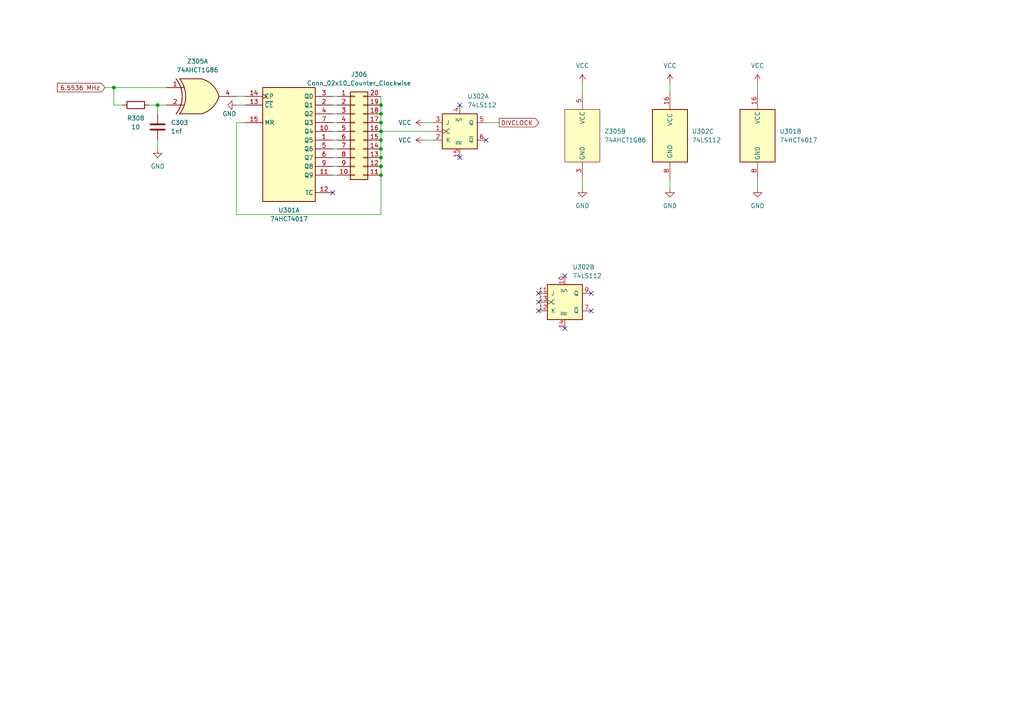
<source format=kicad_sch>
(kicad_sch (version 20230121) (generator eeschema)
  (paper "A4")
  (lib_symbols
    (symbol "74LS112_1" (pin_names (offset 1.016))
      (property "Reference" "U" (at -5.08 10.16 0))
      (property "Value" "74LS112" (at 5.08 10.16 0))
      (symbol "74LS112_1_1_0"
        (pin input clock (at -7.62 0 0) (length 2.54) (name "C") (number "1"))
        (pin input line (at 0 -7.62 90) (length 2.54) (name "~{R}") (number "15"))
        (pin input line (at -7.62 -2.54 0) (length 2.54) (name "K") (number "2"))
        (pin input line (at -7.62 2.54 0) (length 2.54) (name "J") (number "3"))
        (pin input line (at 0 7.62 270) (length 2.54) (name "~{S}") (number "4"))
        (pin output line (at 7.62 2.54 180) (length 2.54) (name "Q") (number "5"))
        (pin output line (at 7.62 -2.54 180) (length 2.54) (name "~{Q}") (number "6"))
      )
      (symbol "74LS112_1_1_1"
        (rectangle (start -5.08 5.08) (end 5.08 -5.08) (stroke (width 0.254)) (fill (type background)))
      )
      (symbol "74LS112_1_2_0"
        (pin input line (at 0 7.62 270) (length 2.54) (name "~{S}") (number "10"))
        (pin input line (at -7.62 2.54 0) (length 2.54) (name "J") (number "11"))
        (pin input line (at -7.62 -2.54 0) (length 2.54) (name "K") (number "12"))
        (pin input clock (at -7.62 0 0) (length 2.54) (name "C") (number "13"))
        (pin input line (at 0 -7.62 90) (length 2.54) (name "~{R}") (number "14"))
        (pin output line (at 7.62 -2.54 180) (length 2.54) (name "~{Q}") (number "7"))
        (pin output line (at 7.62 2.54 180) (length 2.54) (name "Q") (number "9"))
      )
      (symbol "74LS112_1_2_1"
        (rectangle (start -5.08 5.08) (end 5.08 -5.08) (stroke (width 0.254)) (fill (type background)))
      )
      (symbol "74LS112_1_3_0"
        (pin power_in line (at 0 12.7 270) (length 5.08) (name "VCC") (number "16"))
        (pin power_in line (at 0 -12.7 90) (length 5.08) (name "GND") (number "8"))
      )
      (symbol "74LS112_1_3_1"
        (rectangle (start -5.08 7.62) (end 5.08 -7.62) (stroke (width 0.254)) (fill (type background)))
      )
    )
    (symbol "74xGxx:74AHCT1G86"
      (property "Reference" "U" (at -2.54 3.81 0))
      (property "Value" "74AHCT1G86" (at 0 -3.81 0))
      (symbol "74AHCT1G86_1_1"
        (arc (start -7.3501 -5.08) (mid -5.5716 0) (end -7.3501 5.08) (stroke (width 0.254)))
        (arc (start -6.3341 -5.08) (mid -4.5556 0) (end -6.3341 5.08) (stroke (width 0.254)))
        (arc (start 0 -5.08) (mid 3.1986 -3.2054) (end 5.08 0) (stroke (width 0.254)) (fill (type background)))
        (polyline (pts (xy 0 -5.08) (xy -6.35 -5.08)) (stroke (width 0.254)) (fill (type background)))
        (polyline (pts (xy 0 5.08) (xy -6.35 5.08)) (stroke (width 0.254)) (fill (type background)))
        (polyline (pts (xy 0 5.08) (xy -6.35 5.08) (xy -5.842 4.318) (xy -5.461 3.683) (xy -5.08 2.921) (xy -4.826 1.778) (xy -4.572 0.762) (xy -4.572 -0.254) (xy -4.699 -1.524) (xy -4.953 -2.54) (xy -5.461 -3.683) (xy -6.096 -4.699) (xy -6.35 -5.08) (xy -1.27 -5.08) (xy 0 -5.08)) (stroke (width -0.0001)) (fill (type background)))
        (arc (start 5.08 0) (mid 3.2238 3.2304) (end 0 5.08) (stroke (width 0.254)) (fill (type background)))
        (pin input line (at -10.16 2.54 0) (length 5.08) (name "~") (number "1"))
        (pin input line (at -10.16 -2.54 0) (length 5.08) (name "~") (number "2"))
        (pin output line (at 10.16 0 180) (length 5.08) (name "~") (number "4"))
      )
      (symbol "74AHCT1G86_2_1"
        (rectangle (start -5.08 7.62) (end 5.08 -7.62) (fill (type background)))
        (pin power_in line (at 0 -12.7 90) (length 5.08) (name "GND") (number "3"))
        (pin power_in line (at 0 12.7 270) (length 5.08) (name "VCC") (number "5"))
      )
    )
    (symbol "74xx-FIX:74LS112" (pin_names (offset 1.016))
      (property "Reference" "U" (at -7.62 8.89 0))
      (property "Value" "74LS112" (at -7.62 -8.89 0))
      (symbol "74LS112_1_0"
        (pin input clock (at -7.62 0 0) (length 2.54) (name "C") (number "1"))
        (pin input line (at 0 -7.62 90) (length 2.54) (name "~{R}") (number "15"))
        (pin input line (at -7.62 -2.54 0) (length 2.54) (name "K") (number "2"))
        (pin input line (at -7.62 2.54 0) (length 2.54) (name "J") (number "3"))
        (pin input line (at 0 7.62 270) (length 2.54) (name "~{S}") (number "4"))
        (pin output line (at 7.62 2.54 180) (length 2.54) (name "Q") (number "5"))
        (pin output line (at 7.62 -2.54 180) (length 2.54) (name "~{Q}") (number "6"))
      )
      (symbol "74LS112_1_1"
        (rectangle (start -5.08 5.08) (end 5.08 -5.08) (stroke (width 0.254)) (fill (type background)))
      )
      (symbol "74LS112_2_0"
        (pin input line (at 0 7.62 270) (length 2.54) (name "~{S}") (number "10"))
        (pin input line (at -7.62 2.54 0) (length 2.54) (name "J") (number "11"))
        (pin input line (at -7.62 -2.54 0) (length 2.54) (name "K") (number "12"))
        (pin input clock (at -7.62 0 0) (length 2.54) (name "C") (number "13"))
        (pin input line (at 0 -7.62 90) (length 2.54) (name "~{R}") (number "14"))
        (pin output line (at 7.62 -2.54 180) (length 2.54) (name "~{Q}") (number "7"))
        (pin output line (at 7.62 2.54 180) (length 2.54) (name "Q") (number "9"))
      )
      (symbol "74LS112_2_1"
        (rectangle (start -5.08 5.08) (end 5.08 -5.08) (stroke (width 0.254)) (fill (type background)))
      )
      (symbol "74LS112_3_0"
        (pin power_in line (at 0 10.16 270) (length 2.54) (name "VCC") (number "16"))
        (pin power_in line (at 0 -10.16 90) (length 2.54) (name "GND") (number "8"))
      )
      (symbol "74LS112_3_1"
        (rectangle (start -5.08 7.62) (end 5.08 -7.62) (stroke (width 0.254)) (fill (type background)))
      )
    )
    (symbol "74xx:74HCT4017"
      (property "Reference" "U" (at -5.08 17.78 0))
      (symbol "74HCT4017_1_0"
        (pin output line (at 12.7 0 180) (length 5.08) (name "Q5") (number "1"))
        (pin output line (at 12.7 2.54 180) (length 5.08) (name "Q4") (number "10"))
        (pin output line (at 12.7 -10.16 180) (length 5.08) (name "Q9") (number "11"))
        (pin output line (at 12.7 -15.24 180) (length 5.08) (name "TC") (number "12"))
        (pin input line (at -12.7 10.16 0) (length 5.08) (name "~{CE}") (number "13"))
        (pin input clock (at -12.7 12.7 0) (length 5.08) (name "CP") (number "14"))
        (pin input line (at -12.7 5.08 0) (length 5.08) (name "MR") (number "15"))
        (pin output line (at 12.7 10.16 180) (length 5.08) (name "Q1") (number "2"))
        (pin output line (at 12.7 12.7 180) (length 5.08) (name "Q0") (number "3"))
        (pin output line (at 12.7 7.62 180) (length 5.08) (name "Q2") (number "4"))
        (pin output line (at 12.7 -2.54 180) (length 5.08) (name "Q6") (number "5"))
        (pin output line (at 12.7 -5.08 180) (length 5.08) (name "Q7") (number "6"))
        (pin output line (at 12.7 5.08 180) (length 5.08) (name "Q3") (number "7"))
        (pin output line (at 12.7 -7.62 180) (length 5.08) (name "Q8") (number "9"))
      )
      (symbol "74HCT4017_1_1"
        (rectangle (start -7.62 15.24) (end 7.62 -17.78) (stroke (width 0.254)) (fill (type background)))
      )
      (symbol "74HCT4017_2_0"
        (pin power_in line (at 0 12.7 270) (length 5.08) (name "VCC") (number "16"))
        (pin power_in line (at 0 -12.7 90) (length 5.08) (name "GND") (number "8"))
      )
      (symbol "74HCT4017_2_1"
        (rectangle (start -5.08 7.62) (end 5.08 -7.62) (stroke (width 0.254)) (fill (type background)))
      )
    )
    (symbol "Connector_Generic:Conn_02x10_Counter_Clockwise" (pin_names (offset 1.016) hide)
      (property "Reference" "J" (at 1.27 12.7 0))
      (property "Value" "Conn_02x10_Counter_Clockwise" (at 1.27 -15.24 0))
      (symbol "Conn_02x10_Counter_Clockwise_1_1"
        (rectangle (start -1.27 -12.573) (end 0 -12.827) (stroke (width 0.1524)))
        (rectangle (start -1.27 -10.033) (end 0 -10.287) (stroke (width 0.1524)))
        (rectangle (start -1.27 -7.493) (end 0 -7.747) (stroke (width 0.1524)))
        (rectangle (start -1.27 -4.953) (end 0 -5.207) (stroke (width 0.1524)))
        (rectangle (start -1.27 -2.413) (end 0 -2.667) (stroke (width 0.1524)))
        (rectangle (start -1.27 0.127) (end 0 -0.127) (stroke (width 0.1524)))
        (rectangle (start -1.27 2.667) (end 0 2.413) (stroke (width 0.1524)))
        (rectangle (start -1.27 5.207) (end 0 4.953) (stroke (width 0.1524)))
        (rectangle (start -1.27 7.747) (end 0 7.493) (stroke (width 0.1524)))
        (rectangle (start -1.27 10.287) (end 0 10.033) (stroke (width 0.1524)))
        (rectangle (start -1.27 11.43) (end 3.81 -13.97) (stroke (width 0.254)) (fill (type background)))
        (rectangle (start 3.81 -12.573) (end 2.54 -12.827) (stroke (width 0.1524)))
        (rectangle (start 3.81 -10.033) (end 2.54 -10.287) (stroke (width 0.1524)))
        (rectangle (start 3.81 -7.493) (end 2.54 -7.747) (stroke (width 0.1524)))
        (rectangle (start 3.81 -4.953) (end 2.54 -5.207) (stroke (width 0.1524)))
        (rectangle (start 3.81 -2.413) (end 2.54 -2.667) (stroke (width 0.1524)))
        (rectangle (start 3.81 0.127) (end 2.54 -0.127) (stroke (width 0.1524)))
        (rectangle (start 3.81 2.667) (end 2.54 2.413) (stroke (width 0.1524)))
        (rectangle (start 3.81 5.207) (end 2.54 4.953) (stroke (width 0.1524)))
        (rectangle (start 3.81 7.747) (end 2.54 7.493) (stroke (width 0.1524)))
        (rectangle (start 3.81 10.287) (end 2.54 10.033) (stroke (width 0.1524)))
        (pin passive line (at -5.08 10.16 0) (length 3.81) (name "Pin_1") (number "1"))
        (pin passive line (at -5.08 -12.7 0) (length 3.81) (name "Pin_10") (number "10"))
        (pin passive line (at 7.62 -12.7 180) (length 3.81) (name "Pin_11") (number "11"))
        (pin passive line (at 7.62 -10.16 180) (length 3.81) (name "Pin_12") (number "12"))
        (pin passive line (at 7.62 -7.62 180) (length 3.81) (name "Pin_13") (number "13"))
        (pin passive line (at 7.62 -5.08 180) (length 3.81) (name "Pin_14") (number "14"))
        (pin passive line (at 7.62 -2.54 180) (length 3.81) (name "Pin_15") (number "15"))
        (pin passive line (at 7.62 0 180) (length 3.81) (name "Pin_16") (number "16"))
        (pin passive line (at 7.62 2.54 180) (length 3.81) (name "Pin_17") (number "17"))
        (pin passive line (at 7.62 5.08 180) (length 3.81) (name "Pin_18") (number "18"))
        (pin passive line (at 7.62 7.62 180) (length 3.81) (name "Pin_19") (number "19"))
        (pin passive line (at -5.08 7.62 0) (length 3.81) (name "Pin_2") (number "2"))
        (pin passive line (at 7.62 10.16 180) (length 3.81) (name "Pin_20") (number "20"))
        (pin passive line (at -5.08 5.08 0) (length 3.81) (name "Pin_3") (number "3"))
        (pin passive line (at -5.08 2.54 0) (length 3.81) (name "Pin_4") (number "4"))
        (pin passive line (at -5.08 0 0) (length 3.81) (name "Pin_5") (number "5"))
        (pin passive line (at -5.08 -2.54 0) (length 3.81) (name "Pin_6") (number "6"))
        (pin passive line (at -5.08 -5.08 0) (length 3.81) (name "Pin_7") (number "7"))
        (pin passive line (at -5.08 -7.62 0) (length 3.81) (name "Pin_8") (number "8"))
        (pin passive line (at -5.08 -10.16 0) (length 3.81) (name "Pin_9") (number "9"))
      )
    )
    (symbol "Device:C" (pin_numbers hide) (pin_names (offset 0.254))
      (property "Reference" "C" (at 0.635 2.54 0))
      (property "Value" "C" (at 0.635 -2.54 0))
      (symbol "C_0_1"
        (polyline (pts (xy -2.032 -0.762) (xy 2.032 -0.762)) (stroke (width 0.508)))
        (polyline (pts (xy -2.032 0.762) (xy 2.032 0.762)) (stroke (width 0.508)))
      )
      (symbol "C_1_1"
        (pin passive line (at 0 3.81 270) (length 2.794) (name "~") (number "1"))
        (pin passive line (at 0 -3.81 90) (length 2.794) (name "~") (number "2"))
      )
    )
    (symbol "Device:R" (pin_numbers hide) (pin_names (offset 0))
      (property "Reference" "R" (at 2.032 0 90))
      (property "Value" "R" (at 0 0 90))
      (symbol "R_0_1"
        (rectangle (start -1.016 -2.54) (end 1.016 2.54) (stroke (width 0.254)))
      )
      (symbol "R_1_1"
        (pin passive line (at 0 3.81 270) (length 1.27) (name "~") (number "1"))
        (pin passive line (at 0 -3.81 90) (length 1.27) (name "~") (number "2"))
      )
    )
    (symbol "power:GND" (power) (pin_names (offset 0))
      (property "Value" "GND" (at 0 -3.81 0))
      (symbol "GND_0_1"
        (polyline (pts (xy 0 0) (xy 0 -1.27) (xy 1.27 -1.27) (xy 0 -2.54) (xy -1.27 -1.27) (xy 0 -1.27)))
      )
      (symbol "GND_1_1"
        (pin power_in line (at 0 0 270) (length 0) hide (name "GND") (number "1"))
      )
    )
    (symbol "power:VCC" (power) (pin_names (offset 0))
      (property "Value" "VCC" (at 0 3.81 0))
      (symbol "VCC_0_1"
        (polyline (pts (xy -0.762 1.27) (xy 0 2.54)))
        (polyline (pts (xy 0 0) (xy 0 2.54)))
        (polyline (pts (xy 0 2.54) (xy 0.762 1.27)))
      )
      (symbol "VCC_1_1"
        (pin power_in line (at 0 0 90) (length 0) hide (name "VCC") (number "1"))
      )
    )
  )
  (junction (at 110.49 43.18))
  (junction (at 110.49 35.56))
  (junction (at 110.49 45.72))
  (junction (at 110.49 30.48))
  (junction (at 110.49 33.02))
  (junction (at 110.49 48.26))
  (junction (at 110.49 38.1))
  (junction (at 33.02 25.4))
  (junction (at 110.49 50.8))
  (junction (at 45.72 30.48))
  (junction (at 110.49 40.64))
  (no_connect (at 171.45 85.09))
  (no_connect (at 163.83 95.25))
  (no_connect (at 163.83 80.01))
  (no_connect (at 133.35 30.48))
  (no_connect (at 96.52 55.88))
  (no_connect (at 156.21 90.17))
  (no_connect (at 171.45 90.17))
  (no_connect (at 156.21 87.63))
  (no_connect (at 140.97 40.64))
  (no_connect (at 156.21 85.09))
  (no_connect (at 133.35 45.72))
  (wire (pts (xy 68.58 27.94) (xy 71.12 27.94)))
  (wire (pts (xy 45.72 40.64) (xy 45.72 43.18)))
  (wire (pts (xy 33.02 25.4) (xy 48.26 25.4)))
  (wire (pts (xy 110.49 43.18) (xy 110.49 45.72)))
  (wire (pts (xy 123.19 40.64) (xy 125.73 40.64)))
  (wire (pts (xy 110.49 62.23) (xy 68.58 62.23)))
  (wire (pts (xy 140.97 35.56) (xy 144.78 35.56)))
  (wire (pts (xy 68.58 35.56) (xy 71.12 35.56)))
  (wire (pts (xy 168.91 24.13) (xy 168.91 26.67)))
  (wire (pts (xy 97.79 38.1) (xy 96.52 38.1)))
  (wire (pts (xy 219.71 24.13) (xy 219.71 26.67)))
  (wire (pts (xy 110.49 27.94) (xy 110.49 30.48)))
  (wire (pts (xy 33.02 25.4) (xy 33.02 30.48)))
  (wire (pts (xy 43.18 30.48) (xy 45.72 30.48)))
  (wire (pts (xy 110.49 50.8) (xy 110.49 62.23)))
  (wire (pts (xy 71.12 30.48) (xy 68.58 30.48)))
  (wire (pts (xy 97.79 43.18) (xy 96.52 43.18)))
  (wire (pts (xy 97.79 33.02) (xy 96.52 33.02)))
  (wire (pts (xy 110.49 35.56) (xy 110.49 38.1)))
  (wire (pts (xy 110.49 38.1) (xy 125.73 38.1)))
  (wire (pts (xy 194.31 52.07) (xy 194.31 54.61)))
  (wire (pts (xy 97.79 48.26) (xy 96.52 48.26)))
  (wire (pts (xy 97.79 35.56) (xy 96.52 35.56)))
  (wire (pts (xy 219.71 52.07) (xy 219.71 54.61)))
  (wire (pts (xy 110.49 30.48) (xy 110.49 33.02)))
  (wire (pts (xy 168.91 52.07) (xy 168.91 54.61)))
  (wire (pts (xy 110.49 33.02) (xy 110.49 35.56)))
  (wire (pts (xy 110.49 45.72) (xy 110.49 48.26)))
  (wire (pts (xy 97.79 40.64) (xy 96.52 40.64)))
  (wire (pts (xy 97.79 30.48) (xy 96.52 30.48)))
  (wire (pts (xy 97.79 50.8) (xy 96.52 50.8)))
  (wire (pts (xy 194.31 24.13) (xy 194.31 26.67)))
  (wire (pts (xy 97.79 27.94) (xy 96.52 27.94)))
  (wire (pts (xy 110.49 48.26) (xy 110.49 50.8)))
  (wire (pts (xy 45.72 30.48) (xy 45.72 33.02)))
  (wire (pts (xy 68.58 62.23) (xy 68.58 35.56)))
  (wire (pts (xy 33.02 30.48) (xy 35.56 30.48)))
  (wire (pts (xy 30.48 25.4) (xy 33.02 25.4)))
  (wire (pts (xy 110.49 38.1) (xy 110.49 40.64)))
  (wire (pts (xy 123.19 35.56) (xy 125.73 35.56)))
  (wire (pts (xy 97.79 45.72) (xy 96.52 45.72)))
  (wire (pts (xy 110.49 40.64) (xy 110.49 43.18)))
  (wire (pts (xy 45.72 30.48) (xy 48.26 30.48)))
  (global_label "6.5536 MHz" (shape input) (at 30.48 25.4 180) (property "Intersheetrefs" "${INTERSHEET_REFS}" (at 16.7191 25.4 0) (effects (justify right))))
  (global_label "DIVCLOCK" (shape output) (at 144.78 35.56 0) (property "Intersheetrefs" "${INTERSHEET_REFS}" (at 156.243 35.56 0) (effects (justify left))))
  (symbol (lib_id "power:GND") (at 219.71 54.61 0) (unit 1)
    (property "Reference" "#PWR0305" (effects hide))
    (property "Value" "GND" (at 219.71 59.69 0))
  )
  (symbol (lib_name "74LS112_1") (lib_id "74xx-FIX:74LS112") (at 194.31 39.37 0) (unit 3)
    (property "Reference" "U302" (at 200.66 38.1 0) (effects (justify left)))
    (property "Value" "74LS112" (at 200.66 40.64 0) (effects (justify left)))
    (property "Datasheet" "http://www.ti.com/lit/gpn/sn74LS112" (effects hide))
  )
  (symbol (lib_id "power:GND") (at 168.91 54.61 0) (unit 1)
    (property "Reference" "#PWR0310" (effects hide))
    (property "Value" "GND" (at 168.91 59.69 0))
  )
  (symbol (lib_id "power:GND") (at 194.31 54.61 0) (unit 1)
    (property "Reference" "#PWR0304" (effects hide))
    (property "Value" "GND" (at 194.31 59.69 0))
  )
  (symbol (lib_id "74xGxx:74AHCT1G86") (at 58.42 27.94 0) (unit 1)
    (property "Reference" "Z305" (at 57.2849 17.78 0))
    (property "Value" "74AHCT1G86" (at 57.2849 20.32 0))
    (property "Footprint" "Package_TO_SOT_SMD:SOT-23-5" (effects hide))
    (property "Datasheet" "http://www.ti.com/lit/sg/scyt129e/scyt129e.pdf" (effects hide))
  )
  (symbol (lib_id "power:VCC") (at 123.19 40.64 90) (unit 1)
    (property "Reference" "#PWR0303" (effects hide))
    (property "Value" "VCC" (at 119.38 40.64 90) (effects (justify left)))
  )
  (symbol (lib_id "power:VCC") (at 194.31 24.13 0) (unit 1)
    (property "Reference" "#PWR0307" (effects hide))
    (property "Value" "VCC" (at 194.31 19.05 0))
  )
  (symbol (lib_id "power:VCC") (at 123.19 35.56 90) (unit 1)
    (property "Reference" "#PWR0302" (effects hide))
    (property "Value" "VCC" (at 119.38 35.56 90) (effects (justify left)))
  )
  (symbol (lib_id "power:GND") (at 45.72 43.18 0) (unit 1)
    (property "Reference" "#PWR0301" (effects hide))
    (property "Value" "GND" (at 45.72 48.26 0))
  )
  (symbol (lib_id "74xx-FIX:74LS112") (at 133.35 38.1 0) (unit 1)
    (property "Reference" "U302" (at 135.5441 27.94 0) (effects (justify left)))
    (property "Value" "74LS112" (at 135.5441 30.48 0) (effects (justify left)))
    (property "Datasheet" "http://www.ti.com/lit/gpn/sn74LS112" (effects hide))
  )
  (symbol (lib_id "Device:C") (at 45.72 36.83 0) (unit 1)
    (property "Reference" "C303" (at 49.53 35.56 0) (effects (justify left)))
    (property "Value" "1nf" (at 49.53 38.1 0) (effects (justify left)))
  )
  (symbol (lib_id "power:VCC") (at 219.71 24.13 0) (unit 1)
    (property "Reference" "#PWR0306" (effects hide))
    (property "Value" "VCC" (at 219.71 19.05 0))
  )
  (symbol (lib_id "power:GND") (at 68.58 30.48 270) (unit 1)
    (property "Reference" "#PWR0308" (effects hide))
    (property "Value" "GND" (at 68.58 33.02 90) (effects (justify right)))
  )
  (symbol (lib_id "Device:R") (at 39.37 30.48 90) (unit 1)
    (property "Reference" "R308" (at 39.37 34.29 90))
    (property "Value" "10" (at 39.37 36.83 90))
  )
  (symbol (lib_id "74xx:74HCT4017") (at 219.71 39.37 0) (unit 2)
    (property "Reference" "U301" (at 226.06 38.1 0) (effects (justify left)))
    (property "Value" "74HCT4017" (at 226.06 40.64 0) (effects (justify left)))
    (property "Datasheet" "https://www.ti.com/lit/ds/symlink/cd74hc4017-ep.pdf?ts=1704742188635&ref_url=https%253A%252F%252Fwww.mouser.co.uk%252F" (effects hide))
  )
  (symbol (lib_id "74xx:74HCT4017") (at 83.82 40.64 0) (unit 1)
    (property "Reference" "U301" (at 83.82 60.96 0))
    (property "Value" "74HCT4017" (at 83.82 63.5 0))
    (property "Datasheet" "https://www.ti.com/lit/ds/symlink/cd74hc4017-ep.pdf?ts=1704742188635&ref_url=https%253A%252F%252Fwww.mouser.co.uk%252F" (effects hide))
  )
  (symbol (lib_id "74xx-FIX:74LS112") (at 163.83 87.63 0) (unit 2)
    (property "Reference" "U302" (at 166.0241 77.47 0) (effects (justify left)))
    (property "Value" "74LS112" (at 166.0241 80.01 0) (effects (justify left)))
    (property "Datasheet" "http://www.ti.com/lit/gpn/sn74LS112" (effects hide))
  )
  (symbol (lib_id "Connector_Generic:Conn_02x10_Counter_Clockwise") (at 102.87 38.1 0) (unit 1)
    (property "Reference" "J306" (at 104.14 21.59 0))
    (property "Value" "Conn_02x10_Counter_Clockwise" (at 104.14 24.13 0))
    (property "Footprint" "Connector_PinHeader_2.54mm:PinHeader_2x10_P2.54mm_Vertical" (effects hide))
  )
  (symbol (lib_id "74xGxx:74AHCT1G86") (at 168.91 39.37 0) (unit 2)
    (property "Reference" "Z305" (at 175.26 38.1 0) (effects (justify left)))
    (property "Value" "74AHCT1G86" (at 175.26 40.64 0) (effects (justify left)))
    (property "Footprint" "Package_TO_SOT_SMD:SOT-23-5" (effects hide))
    (property "Datasheet" "http://www.ti.com/lit/sg/scyt129e/scyt129e.pdf" (effects hide))
  )
  (symbol (lib_id "power:VCC") (at 168.91 24.13 0) (unit 1)
    (property "Reference" "#PWR0309" (effects hide))
    (property "Value" "VCC" (at 168.91 19.05 0))
  )
)
</source>
